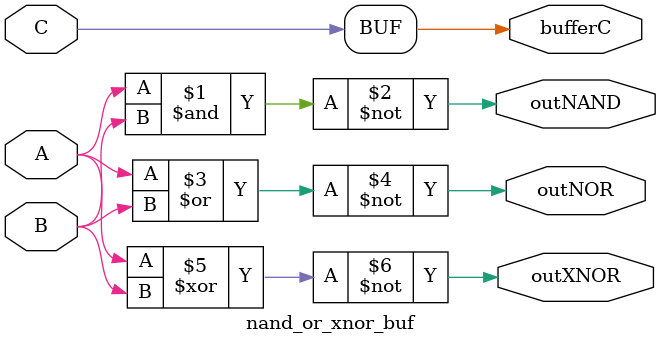
<source format=v>
`timescale 1ns / 1ps


module nand_or_xnor_buf(
    input A,
    input B,
    input C,
    output outNAND,
    output outNOR,
    output outXNOR,
    output bufferC
    );
    
    assign outNAND = ~(A & B);
    assign outNOR = ~(A | B);
    assign outXNOR = ~(A ^ B);
    assign bufferC = ~(~C);
endmodule

</source>
